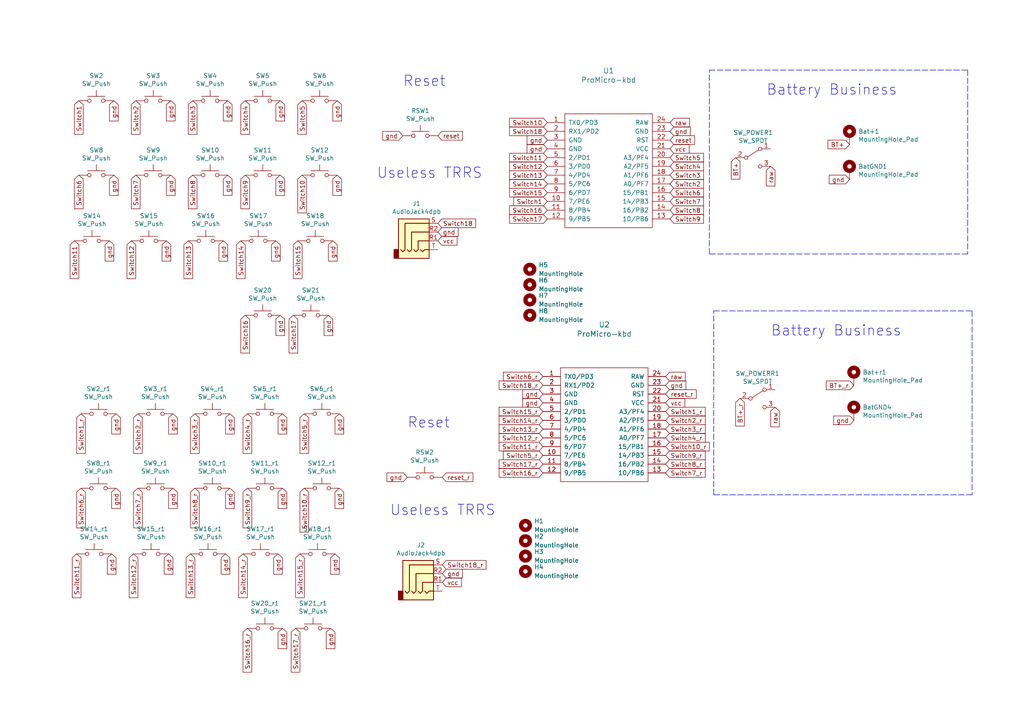
<source format=kicad_sch>
(kicad_sch (version 20211123) (generator eeschema)
  (paper "A4")
  (title_block (title "Sweep V2") (date "2021-03-10") (rev "0.1") (company "broomlabs"))
  (lib_symbols
    (symbol "Connector:AudioJack4"
      (property "Reference" "J" (at 0 8.89 0))
      (property "Value" "AudioJack4" (at 0 6.35 0))
      (symbol "AudioJack4_0_1"
        (rectangle (start -6.35 -5.08) (end -7.62 -7.62) (stroke (width 0.254)) (fill (type outline)))
        (polyline (pts (xy 0 -5.08) (xy 0.635 -5.715) (xy 1.27 -5.08) (xy 2.54 -5.08)) (stroke (width 0.254)))
        (polyline (pts (xy -5.715 -5.08) (xy -5.08 -5.715) (xy -4.445 -5.08) (xy -4.445 2.54) (xy 2.54 2.54)) (stroke (width 0.254)))
        (polyline (pts (xy -1.905 -5.08) (xy -1.27 -5.715) (xy -0.635 -5.08) (xy -0.635 -2.54) (xy 2.54 -2.54)) (stroke (width 0.254)))
        (polyline (pts (xy 2.54 0) (xy -2.54 0) (xy -2.54 -5.08) (xy -3.175 -5.715) (xy -3.81 -5.08)) (stroke (width 0.254)))
        (rectangle (start 2.54 3.81) (end -6.35 -7.62) (stroke (width 0.254)) (fill (type background)))
      )
      (symbol "AudioJack4_1_1"
        (pin passive line (at 5.08 -2.54 180) (length 2.54) (name "~") (number "R1"))
        (pin passive line (at 5.08 0 180) (length 2.54) (name "~") (number "R2"))
        (pin passive line (at 5.08 2.54 180) (length 2.54) (name "~") (number "S"))
        (pin passive line (at 5.08 -5.08 180) (length 2.54) (name "~") (number "T"))
      )
    )
    (symbol "Mechanical:MountingHole" (pin_names (offset 1.016))
      (property "Reference" "H" (at 0 5.08 0))
      (property "Value" "MountingHole" (at 0 3.175 0))
      (symbol "MountingHole_0_1"
        (circle (center 0 0) (radius 1.27) (stroke (width 1.27)))
      )
    )
    (symbol "Mechanical:MountingHole_Pad" (pin_numbers hide) (pin_names (offset 1.016) hide)
      (property "Reference" "H" (at 0 6.35 0))
      (property "Value" "MountingHole_Pad" (at 0 4.445 0))
      (symbol "MountingHole_Pad_0_1"
        (circle (center 0 1.27) (radius 1.27) (stroke (width 1.27)))
      )
      (symbol "MountingHole_Pad_1_1"
        (pin input line (at 0 -2.54 90) (length 2.54) (name "1") (number "1"))
      )
    )
    (symbol "Switch:SW_Push" (pin_numbers hide) (pin_names (offset 1.016) hide)
      (property "Reference" "SW" (at 1.27 2.54 0))
      (property "Value" "SW_Push" (at 0 -1.524 0))
      (symbol "SW_Push_0_1"
        (circle (center -2.032 0) (radius 0.508))
        (polyline (pts (xy 0 1.27) (xy 0 3.048)))
        (polyline (pts (xy 2.54 1.27) (xy -2.54 1.27)))
        (circle (center 2.032 0) (radius 0.508))
        (pin passive line (at -5.08 0 0) (length 2.54) (name "1") (number "1"))
        (pin passive line (at 5.08 0 180) (length 2.54) (name "2") (number "2"))
      )
    )
    (symbol "Switch:SW_SPDT" (pin_names (offset 0) hide)
      (property "Reference" "SW" (at 0 4.318 0))
      (property "Value" "SW_SPDT" (at 0 -5.08 0))
      (symbol "SW_SPDT_0_0"
        (circle (center -2.032 0) (radius 0.508))
        (circle (center 2.032 -2.54) (radius 0.508))
      )
      (symbol "SW_SPDT_0_1"
        (polyline (pts (xy -1.524 0.254) (xy 1.651 2.286)))
        (circle (center 2.032 2.54) (radius 0.508))
      )
      (symbol "SW_SPDT_1_1"
        (pin passive line (at 5.08 2.54 180) (length 2.54) (name "A") (number "1"))
        (pin passive line (at -5.08 0 0) (length 2.54) (name "B") (number "2"))
        (pin passive line (at 5.08 -2.54 180) (length 2.54) (name "C") (number "3"))
      )
    )
    (symbol "keebio:ProMicro" (pin_names (offset 1.016))
      (property "Reference" "U" (at 0 0 0))
      (property "Value" "ProMicro" (at 0 -19.05 0))
      (symbol "ProMicro_0_1"
        (rectangle (start -12.7 -16.51) (end 12.7 16.51))
      )
      (symbol "ProMicro_1_1"
        (pin input line (at -17.78 13.97 0) (length 5.08) (name "TX0/PD3") (number "1"))
        (pin input line (at -17.78 -8.89 0) (length 5.08) (name "7/PE6") (number "10"))
        (pin input line (at -17.78 -11.43 0) (length 5.08) (name "8/PB4") (number "11"))
        (pin input line (at -17.78 -13.97 0) (length 5.08) (name "9/PB5") (number "12"))
        (pin input line (at 17.78 -13.97 180) (length 5.08) (name "10/PB6") (number "13"))
        (pin input line (at 17.78 -11.43 180) (length 5.08) (name "16/PB2") (number "14"))
        (pin input line (at 17.78 -8.89 180) (length 5.08) (name "14/PB3") (number "15"))
        (pin input line (at 17.78 -6.35 180) (length 5.08) (name "15/PB1") (number "16"))
        (pin input line (at 17.78 -3.81 180) (length 5.08) (name "A0/PF7") (number "17"))
        (pin input line (at 17.78 -1.27 180) (length 5.08) (name "A1/PF6") (number "18"))
        (pin input line (at 17.78 1.27 180) (length 5.08) (name "A2/PF5") (number "19"))
        (pin input line (at -17.78 11.43 0) (length 5.08) (name "RX1/PD2") (number "2"))
        (pin input line (at 17.78 3.81 180) (length 5.08) (name "A3/PF4") (number "20"))
        (pin input line (at 17.78 6.35 180) (length 5.08) (name "VCC") (number "21"))
        (pin input line (at 17.78 8.89 180) (length 5.08) (name "RST") (number "22"))
        (pin input line (at 17.78 11.43 180) (length 5.08) (name "GND") (number "23"))
        (pin input line (at 17.78 13.97 180) (length 5.08) (name "RAW") (number "24"))
        (pin input line (at -17.78 8.89 0) (length 5.08) (name "GND") (number "3"))
        (pin input line (at -17.78 6.35 0) (length 5.08) (name "GND") (number "4"))
        (pin input line (at -17.78 3.81 0) (length 5.08) (name "2/PD1") (number "5"))
        (pin input line (at -17.78 1.27 0) (length 5.08) (name "3/PD0") (number "6"))
        (pin input line (at -17.78 -1.27 0) (length 5.08) (name "4/PD4") (number "7"))
        (pin input line (at -17.78 -3.81 0) (length 5.08) (name "5/PC6") (number "8"))
        (pin input line (at -17.78 -6.35 0) (length 5.08) (name "6/PD7") (number "9"))
      )
    )
  )
  (polyline (pts (xy 281.94 143.51) (xy 207.01 143.51)))
  (polyline (pts (xy 205.74 20.32) (xy 280.67 20.32)))
  (polyline (pts (xy 280.67 73.66) (xy 205.74 73.66)))
  (polyline (pts (xy 207.01 143.51) (xy 207.01 90.17)))
  (polyline (pts (xy 205.74 73.66) (xy 205.74 20.32)))
  (polyline (pts (xy 281.94 90.17) (xy 281.94 143.51)))
  (polyline (pts (xy 207.01 90.17) (xy 281.94 90.17)))
  (polyline (pts (xy 280.67 20.32) (xy 280.67 73.66)))
  (text "Battery Business" (at 222.25 27.94 0) (effects (font (size 2.9972 2.9972)) (justify left bottom)))
  (text "Reset" (at 118.11 124.46 0) (effects (font (size 2.9972 2.9972)) (justify left bottom)))
  (text "Reset" (at 116.84 25.4 0) (effects (font (size 2.9972 2.9972)) (justify left bottom)))
  (text "Battery Business" (at 223.52 97.79 0) (effects (font (size 2.9972 2.9972)) (justify left bottom)))
  (text "Useless TRRS\n" (at 113.03 149.86 0) (effects (font (size 2.9972 2.9972)) (justify left bottom)))
  (text "Useless TRRS\n" (at 109.22 52.07 0) (effects (font (size 2.9972 2.9972)) (justify left bottom)))
  (global_label "Switch1" (shape input) (at 22.86 29.21 270) (property "Intersheet References" "${INTERSHEET_REFS}" (effects hide)))
  (global_label "Switch16" (shape input) (at 158.75 60.96 180) (property "Intersheet References" "${INTERSHEET_REFS}" (effects hide)))
  (global_label "gnd" (shape input) (at 33.655 120.015 270) (property "Intersheet References" "${INTERSHEET_REFS}" (effects hide)))
  (global_label "Switch6_r" (shape input) (at 23.495 141.605 270) (property "Intersheet References" "${INTERSHEET_REFS}" (effects hide)))
  (global_label "reset" (shape input) (at 194.31 40.64 0) (property "Intersheet References" "${INTERSHEET_REFS}" (effects hide)))
  (global_label "Switch3" (shape input) (at 55.88 29.21 270) (property "Intersheet References" "${INTERSHEET_REFS}" (effects hide)))
  (global_label "BT+" (shape input) (at 246.38 41.91 180) (property "Intersheet References" "${INTERSHEET_REFS}" (effects hide)))
  (global_label "Switch7_r" (shape input) (at 40.005 141.605 270) (property "Intersheet References" "${INTERSHEET_REFS}" (effects hide)))
  (global_label "Switch9" (shape input) (at 71.12 50.8 270) (property "Intersheet References" "${INTERSHEET_REFS}" (effects hide)))
  (global_label "gnd" (shape input) (at 95.885 182.245 270) (property "Intersheet References" "${INTERSHEET_REFS}" (effects hide)))
  (global_label "Switch16_r" (shape input) (at 71.755 182.245 270) (property "Intersheet References" "${INTERSHEET_REFS}" (effects hide)))
  (global_label "raw" (shape input) (at 223.52 48.26 270) (property "Intersheet References" "${INTERSHEET_REFS}" (effects hide)))
  (global_label "Switch3" (shape input) (at 194.31 50.8 0) (property "Intersheet References" "${INTERSHEET_REFS}" (effects hide)))
  (global_label "Switch2_r" (shape input) (at 40.005 120.015 270) (property "Intersheet References" "${INTERSHEET_REFS}" (effects hide)))
  (global_label "Switch7_r" (shape input) (at 193.04 137.16 0) (property "Intersheet References" "${INTERSHEET_REFS}" (effects hide)))
  (global_label "reset_r" (shape input) (at 193.04 114.3 0) (property "Intersheet References" "${INTERSHEET_REFS}" (effects hide)))
  (global_label "gnd" (shape input) (at 66.675 120.015 270) (property "Intersheet References" "${INTERSHEET_REFS}" (effects hide)))
  (global_label "Switch5_r" (shape input) (at 157.48 132.08 180) (property "Intersheet References" "${INTERSHEET_REFS}" (effects hide)))
  (global_label "Switch17" (shape input) (at 85.09 91.44 270) (property "Intersheet References" "${INTERSHEET_REFS}" (effects hide)))
  (global_label "Switch8_r" (shape input) (at 56.515 141.605 270) (property "Intersheet References" "${INTERSHEET_REFS}" (effects hide)))
  (global_label "gnd" (shape input) (at 247.65 121.92 180) (property "Intersheet References" "${INTERSHEET_REFS}" (effects hide)))
  (global_label "gnd" (shape input) (at 31.75 69.85 270) (property "Intersheet References" "${INTERSHEET_REFS}" (effects hide)))
  (global_label "Switch8" (shape input) (at 194.31 60.96 0) (property "Intersheet References" "${INTERSHEET_REFS}" (effects hide)))
  (global_label "Switch4_r" (shape input) (at 71.755 120.015 270) (property "Intersheet References" "${INTERSHEET_REFS}" (effects hide)))
  (global_label "gnd" (shape input) (at 97.155 160.655 270) (property "Intersheet References" "${INTERSHEET_REFS}" (effects hide)))
  (global_label "gnd" (shape input) (at 158.75 40.64 180) (property "Intersheet References" "${INTERSHEET_REFS}" (effects hide)))
  (global_label "gnd" (shape input) (at 33.02 50.8 270) (property "Intersheet References" "${INTERSHEET_REFS}" (effects hide)))
  (global_label "Switch14" (shape input) (at 69.85 69.85 270) (property "Intersheet References" "${INTERSHEET_REFS}" (effects hide)))
  (global_label "gnd" (shape input) (at 81.915 141.605 270) (property "Intersheet References" "${INTERSHEET_REFS}" (effects hide)))
  (global_label "reset_r" (shape input) (at 128.27 138.43 0) (property "Intersheet References" "${INTERSHEET_REFS}" (effects hide)))
  (global_label "BT+" (shape input) (at 213.36 45.72 270) (property "Intersheet References" "${INTERSHEET_REFS}" (effects hide)))
  (global_label "gnd" (shape input) (at 96.52 69.85 270) (property "Intersheet References" "${INTERSHEET_REFS}" (effects hide)))
  (global_label "Switch2" (shape input) (at 39.37 29.21 270) (property "Intersheet References" "${INTERSHEET_REFS}" (effects hide)))
  (global_label "gnd" (shape input) (at 50.165 120.015 270) (property "Intersheet References" "${INTERSHEET_REFS}" (effects hide)))
  (global_label "Switch15_r" (shape input) (at 86.995 160.655 270) (property "Intersheet References" "${INTERSHEET_REFS}" (effects hide)))
  (global_label "Switch5" (shape input) (at 194.31 45.72 0) (property "Intersheet References" "${INTERSHEET_REFS}" (effects hide)))
  (global_label "Switch14_r" (shape input) (at 157.48 121.92 180) (property "Intersheet References" "${INTERSHEET_REFS}" (effects hide)))
  (global_label "Switch7" (shape input) (at 194.31 58.42 0) (property "Intersheet References" "${INTERSHEET_REFS}" (effects hide)))
  (global_label "gnd" (shape input) (at 66.04 29.21 270) (property "Intersheet References" "${INTERSHEET_REFS}" (effects hide)))
  (global_label "raw" (shape input) (at 224.79 118.11 270) (property "Intersheet References" "${INTERSHEET_REFS}" (effects hide)))
  (global_label "raw" (shape input) (at 194.31 35.56 0) (property "Intersheet References" "${INTERSHEET_REFS}" (effects hide)))
  (global_label "vcc" (shape input) (at 194.31 43.18 0) (property "Intersheet References" "${INTERSHEET_REFS}" (effects hide)))
  (global_label "Switch10_r" (shape input) (at 88.265 141.605 270) (property "Intersheet References" "${INTERSHEET_REFS}" (effects hide)))
  (global_label "Switch6" (shape input) (at 194.31 55.88 0) (property "Intersheet References" "${INTERSHEET_REFS}" (effects hide)))
  (global_label "gnd" (shape input) (at 32.385 160.655 270) (property "Intersheet References" "${INTERSHEET_REFS}" (effects hide)))
  (global_label "Switch18_r" (shape input) (at 128.27 163.83 0) (property "Intersheet References" "${INTERSHEET_REFS}" (effects hide)))
  (global_label "Switch11_r" (shape input) (at 22.225 160.655 270) (property "Intersheet References" "${INTERSHEET_REFS}" (effects hide)))
  (global_label "Switch2" (shape input) (at 194.31 53.34 0) (property "Intersheet References" "${INTERSHEET_REFS}" (effects hide)))
  (global_label "Switch11" (shape input) (at 21.59 69.85 270) (property "Intersheet References" "${INTERSHEET_REFS}" (effects hide)))
  (global_label "Switch6_r" (shape input) (at 157.48 109.22 180) (property "Intersheet References" "${INTERSHEET_REFS}" (effects hide)))
  (global_label "Switch18" (shape input) (at 158.75 38.1 180) (property "Intersheet References" "${INTERSHEET_REFS}" (effects hide)))
  (global_label "gnd" (shape input) (at 81.915 120.015 270) (property "Intersheet References" "${INTERSHEET_REFS}" (effects hide)))
  (global_label "Switch4_r" (shape input) (at 193.04 127 0) (property "Intersheet References" "${INTERSHEET_REFS}" (effects hide)))
  (global_label "Switch11_r" (shape input) (at 157.48 129.54 180) (property "Intersheet References" "${INTERSHEET_REFS}" (effects hide)))
  (global_label "Switch9_r" (shape input) (at 193.04 132.08 0) (property "Intersheet References" "${INTERSHEET_REFS}" (effects hide)))
  (global_label "gnd" (shape input) (at 128.27 166.37 0) (property "Intersheet References" "${INTERSHEET_REFS}" (effects hide)))
  (global_label "gnd" (shape input) (at 158.75 43.18 180) (property "Intersheet References" "${INTERSHEET_REFS}" (effects hide)))
  (global_label "Switch13" (shape input) (at 54.61 69.85 270) (property "Intersheet References" "${INTERSHEET_REFS}" (effects hide)))
  (global_label "Switch1" (shape input) (at 158.75 58.42 180) (property "Intersheet References" "${INTERSHEET_REFS}" (effects hide)))
  (global_label "gnd" (shape input) (at 48.26 69.85 270) (property "Intersheet References" "${INTERSHEET_REFS}" (effects hide)))
  (global_label "vcc" (shape input) (at 127 69.85 0) (property "Intersheet References" "${INTERSHEET_REFS}" (effects hide)))
  (global_label "Switch9" (shape input) (at 194.31 63.5 0) (property "Intersheet References" "${INTERSHEET_REFS}" (effects hide)))
  (global_label "gnd" (shape input) (at 157.48 114.3 180) (property "Intersheet References" "${INTERSHEET_REFS}" (effects hide)))
  (global_label "Switch9_r" (shape input) (at 71.755 141.605 270) (property "Intersheet References" "${INTERSHEET_REFS}" (effects hide)))
  (global_label "gnd" (shape input) (at 48.895 160.655 270) (property "Intersheet References" "${INTERSHEET_REFS}" (effects hide)))
  (global_label "Switch4" (shape input) (at 194.31 48.26 0) (property "Intersheet References" "${INTERSHEET_REFS}" (effects hide)))
  (global_label "Switch4" (shape input) (at 71.12 29.21 270) (property "Intersheet References" "${INTERSHEET_REFS}" (effects hide)))
  (global_label "Switch5" (shape input) (at 87.63 29.21 270) (property "Intersheet References" "${INTERSHEET_REFS}" (effects hide)))
  (global_label "gnd" (shape input) (at 66.675 141.605 270) (property "Intersheet References" "${INTERSHEET_REFS}" (effects hide)))
  (global_label "gnd" (shape input) (at 80.01 69.85 270) (property "Intersheet References" "${INTERSHEET_REFS}" (effects hide)))
  (global_label "Switch17_r" (shape input) (at 85.725 182.245 270) (property "Intersheet References" "${INTERSHEET_REFS}" (effects hide)))
  (global_label "Switch10" (shape input) (at 87.63 50.8 270) (property "Intersheet References" "${INTERSHEET_REFS}" (effects hide)))
  (global_label "Switch12" (shape input) (at 38.1 69.85 270) (property "Intersheet References" "${INTERSHEET_REFS}" (effects hide)))
  (global_label "Switch12_r" (shape input) (at 38.735 160.655 270) (property "Intersheet References" "${INTERSHEET_REFS}" (effects hide)))
  (global_label "Switch14_r" (shape input) (at 70.485 160.655 270) (property "Intersheet References" "${INTERSHEET_REFS}" (effects hide)))
  (global_label "Switch17" (shape input) (at 158.75 63.5 180) (property "Intersheet References" "${INTERSHEET_REFS}" (effects hide)))
  (global_label "Switch13" (shape input) (at 158.75 50.8 180) (property "Intersheet References" "${INTERSHEET_REFS}" (effects hide)))
  (global_label "gnd" (shape input) (at 80.645 160.655 270) (property "Intersheet References" "${INTERSHEET_REFS}" (effects hide)))
  (global_label "gnd" (shape input) (at 64.77 69.85 270) (property "Intersheet References" "${INTERSHEET_REFS}" (effects hide)))
  (global_label "gnd" (shape input) (at 81.915 182.245 270) (property "Intersheet References" "${INTERSHEET_REFS}" (effects hide)))
  (global_label "Switch8_r" (shape input) (at 193.04 134.62 0) (property "Intersheet References" "${INTERSHEET_REFS}" (effects hide)))
  (global_label "Switch2_r" (shape input) (at 193.04 121.92 0) (property "Intersheet References" "${INTERSHEET_REFS}" (effects hide)))
  (global_label "BT+_r" (shape input) (at 214.63 115.57 270) (property "Intersheet References" "${INTERSHEET_REFS}" (effects hide)))
  (global_label "Switch10_r" (shape input) (at 193.04 129.54 0) (property "Intersheet References" "${INTERSHEET_REFS}" (effects hide)))
  (global_label "Switch12" (shape input) (at 158.75 48.26 180) (property "Intersheet References" "${INTERSHEET_REFS}" (effects hide)))
  (global_label "gnd" (shape input) (at 193.04 111.76 0) (property "Intersheet References" "${INTERSHEET_REFS}" (effects hide)))
  (global_label "Switch13_r" (shape input) (at 55.245 160.655 270) (property "Intersheet References" "${INTERSHEET_REFS}" (effects hide)))
  (global_label "gnd" (shape input) (at 116.84 39.37 180) (property "Intersheet References" "${INTERSHEET_REFS}" (effects hide)))
  (global_label "gnd" (shape input) (at 97.79 50.8 270) (property "Intersheet References" "${INTERSHEET_REFS}" (effects hide)))
  (global_label "Switch10" (shape input) (at 158.75 35.56 180) (property "Intersheet References" "${INTERSHEET_REFS}" (effects hide)))
  (global_label "Switch8" (shape input) (at 55.88 50.8 270) (property "Intersheet References" "${INTERSHEET_REFS}" (effects hide)))
  (global_label "gnd" (shape input) (at 65.405 160.655 270) (property "Intersheet References" "${INTERSHEET_REFS}" (effects hide)))
  (global_label "Switch1_r" (shape input) (at 193.04 119.38 0) (property "Intersheet References" "${INTERSHEET_REFS}" (effects hide)))
  (global_label "Switch16" (shape input) (at 71.12 91.44 270) (property "Intersheet References" "${INTERSHEET_REFS}" (effects hide)))
  (global_label "gnd" (shape input) (at 118.11 138.43 180) (property "Intersheet References" "${INTERSHEET_REFS}" (effects hide)))
  (global_label "Switch1_r" (shape input) (at 23.495 120.015 270) (property "Intersheet References" "${INTERSHEET_REFS}" (effects hide)))
  (global_label "Switch5_r" (shape input) (at 88.265 120.015 270) (property "Intersheet References" "${INTERSHEET_REFS}" (effects hide)))
  (global_label "gnd" (shape input) (at 81.28 91.44 270) (property "Intersheet References" "${INTERSHEET_REFS}" (effects hide)))
  (global_label "Switch13_r" (shape input) (at 157.48 124.46 180) (property "Intersheet References" "${INTERSHEET_REFS}" (effects hide)))
  (global_label "gnd" (shape input) (at 66.04 50.8 270) (property "Intersheet References" "${INTERSHEET_REFS}" (effects hide)))
  (global_label "BT+_r" (shape input) (at 247.65 111.76 180) (property "Intersheet References" "${INTERSHEET_REFS}" (effects hide)))
  (global_label "gnd" (shape input) (at 246.38 52.07 180) (property "Intersheet References" "${INTERSHEET_REFS}" (effects hide)))
  (global_label "Switch15_r" (shape input) (at 157.48 119.38 180) (property "Intersheet References" "${INTERSHEET_REFS}" (effects hide)))
  (global_label "vcc" (shape input) (at 193.04 116.84 0) (property "Intersheet References" "${INTERSHEET_REFS}" (effects hide)))
  (global_label "reset" (shape input) (at 127 39.37 0) (property "Intersheet References" "${INTERSHEET_REFS}" (effects hide)))
  (global_label "gnd" (shape input) (at 95.25 91.44 270) (property "Intersheet References" "${INTERSHEET_REFS}" (effects hide)))
  (global_label "Switch18" (shape input) (at 127 64.77 0) (property "Intersheet References" "${INTERSHEET_REFS}" (effects hide)))
  (global_label "gnd" (shape input) (at 127 67.31 0) (property "Intersheet References" "${INTERSHEET_REFS}" (effects hide)))
  (global_label "gnd" (shape input) (at 49.53 29.21 270) (property "Intersheet References" "${INTERSHEET_REFS}" (effects hide)))
  (global_label "vcc" (shape input) (at 128.27 168.91 0) (property "Intersheet References" "${INTERSHEET_REFS}" (effects hide)))
  (global_label "Switch12_r" (shape input) (at 157.48 127 180) (property "Intersheet References" "${INTERSHEET_REFS}" (effects hide)))
  (global_label "Switch15" (shape input) (at 86.36 69.85 270) (property "Intersheet References" "${INTERSHEET_REFS}" (effects hide)))
  (global_label "gnd" (shape input) (at 157.48 116.84 180) (property "Intersheet References" "${INTERSHEET_REFS}" (effects hide)))
  (global_label "gnd" (shape input) (at 33.02 29.21 270) (property "Intersheet References" "${INTERSHEET_REFS}" (effects hide)))
  (global_label "Switch7" (shape input) (at 39.37 50.8 270) (property "Intersheet References" "${INTERSHEET_REFS}" (effects hide)))
  (global_label "gnd" (shape input) (at 98.425 120.015 270) (property "Intersheet References" "${INTERSHEET_REFS}" (effects hide)))
  (global_label "Switch14" (shape input) (at 158.75 53.34 180) (property "Intersheet References" "${INTERSHEET_REFS}" (effects hide)))
  (global_label "Switch11" (shape input) (at 158.75 45.72 180) (property "Intersheet References" "${INTERSHEET_REFS}" (effects hide)))
  (global_label "gnd" (shape input) (at 98.425 141.605 270) (property "Intersheet References" "${INTERSHEET_REFS}" (effects hide)))
  (global_label "gnd" (shape input) (at 50.165 141.605 270) (property "Intersheet References" "${INTERSHEET_REFS}" (effects hide)))
  (global_label "gnd" (shape input) (at 49.53 50.8 270) (property "Intersheet References" "${INTERSHEET_REFS}" (effects hide)))
  (global_label "gnd" (shape input) (at 33.655 141.605 270) (property "Intersheet References" "${INTERSHEET_REFS}" (effects hide)))
  (global_label "Switch3_r" (shape input) (at 56.515 120.015 270) (property "Intersheet References" "${INTERSHEET_REFS}" (effects hide)))
  (global_label "Switch18_r" (shape input) (at 157.48 111.76 180) (property "Intersheet References" "${INTERSHEET_REFS}" (effects hide)))
  (global_label "raw" (shape input) (at 193.04 109.22 0) (property "Intersheet References" "${INTERSHEET_REFS}" (effects hide)))
  (global_label "Switch17_r" (shape input) (at 157.48 134.62 180) (property "Intersheet References" "${INTERSHEET_REFS}" (effects hide)))
  (global_label "Switch16_r" (shape input) (at 157.48 137.16 180) (property "Intersheet References" "${INTERSHEET_REFS}" (effects hide)))
  (global_label "gnd" (shape input) (at 81.28 29.21 270) (property "Intersheet References" "${INTERSHEET_REFS}" (effects hide)))
  (global_label "Switch3_r" (shape input) (at 193.04 124.46 0) (property "Intersheet References" "${INTERSHEET_REFS}" (effects hide)))
  (global_label "gnd" (shape input) (at 194.31 38.1 0) (property "Intersheet References" "${INTERSHEET_REFS}" (effects hide)))
  (global_label "gnd" (shape input) (at 81.28 50.8 270) (property "Intersheet References" "${INTERSHEET_REFS}" (effects hide)))
  (global_label "Switch6" (shape input) (at 22.86 50.8 270) (property "Intersheet References" "${INTERSHEET_REFS}" (effects hide)))
  (global_label "gnd" (shape input) (at 97.79 29.21 270) (property "Intersheet References" "${INTERSHEET_REFS}" (effects hide)))
  (global_label "Switch15" (shape input) (at 158.75 55.88 180) (property "Intersheet References" "${INTERSHEET_REFS}" (effects hide)))
  (symbol (lib_id "Mechanical:MountingHole_Pad") (at 246.38 39.37 0) (unit 1)
    (property "Reference" "Bat+1" (at 248.92 38.1254 0) (effects (justify left)))
    (property "Value" "MountingHole_Pad" (at 248.92 40.4368 0) (effects (justify left)))
    (property "Footprint" "Connector_Pin:Pin_D1.4mm_L8.5mm_W2.8mm_FlatFork" (effects hide))
  )
  (symbol (lib_id "Mechanical:MountingHole_Pad") (at 246.38 49.53 0) (unit 1)
    (property "Reference" "BatGND1" (at 248.92 48.2854 0) (effects (justify left)))
    (property "Value" "MountingHole_Pad" (at 248.92 50.5968 0) (effects (justify left)))
    (property "Footprint" "Connector_Pin:Pin_D1.4mm_L8.5mm_W2.8mm_FlatFork" (effects hide))
  )
  (symbol (lib_id "keebio:ProMicro") (at 176.53 49.53 0) (unit 1)
    (property "Reference" "U1" (at 176.53 20.4978 0) (effects (font (size 1.524 1.524))))
    (property "Value" "ProMicro-kbd" (at 176.53 23.1902 0) (effects (font (size 1.524 1.524))))
    (property "Footprint" "Keebio-Parts:ArduinoProMicro-BackSide" (effects hide))
  )
  (symbol (lib_id "Switch:SW_Push") (at 27.94 29.21 0) (unit 1)
    (property "Reference" "SW2" (at 27.94 21.971 0))
    (property "Value" "SW_Push" (at 27.94 24.2824 0))
    (property "Footprint" "kbd:CherryMX_Choc_1u" (effects hide))
  )
  (symbol (lib_id "Switch:SW_Push") (at 44.45 29.21 0) (unit 1)
    (property "Reference" "SW3" (at 44.45 21.971 0))
    (property "Value" "SW_Push" (at 44.45 24.2824 0))
    (property "Footprint" "kbd:CherryMX_Choc_1u" (effects hide))
  )
  (symbol (lib_id "Switch:SW_Push") (at 60.96 29.21 0) (unit 1)
    (property "Reference" "SW4" (at 60.96 21.971 0))
    (property "Value" "SW_Push" (at 60.96 24.2824 0))
    (property "Footprint" "kbd:CherryMX_Choc_1u" (effects hide))
  )
  (symbol (lib_id "Switch:SW_Push") (at 76.2 29.21 0) (unit 1)
    (property "Reference" "SW5" (at 76.2 21.971 0))
    (property "Value" "SW_Push" (at 76.2 24.2824 0))
    (property "Footprint" "kbd:CherryMX_Choc_1u" (effects hide))
  )
  (symbol (lib_id "Switch:SW_Push") (at 92.71 29.21 0) (unit 1)
    (property "Reference" "SW6" (at 92.71 21.971 0))
    (property "Value" "SW_Push" (at 92.71 24.2824 0))
    (property "Footprint" "kbd:CherryMX_Choc_1u" (effects hide))
  )
  (symbol (lib_id "Switch:SW_Push") (at 76.2 91.44 0) (unit 1)
    (property "Reference" "SW20" (at 76.2 84.201 0))
    (property "Value" "SW_Push" (at 76.2 86.5124 0))
    (property "Footprint" "kbd:CherryMX_Choc_1u" (effects hide))
  )
  (symbol (lib_id "Switch:SW_Push") (at 90.17 91.44 0) (unit 1)
    (property "Reference" "SW21" (at 90.17 84.201 0))
    (property "Value" "SW_Push" (at 90.17 86.5124 0))
    (property "Footprint" "kbd:CherryMX_Choc_1u" (effects hide))
  )
  (symbol (lib_id "Switch:SW_Push") (at 27.94 50.8 0) (unit 1)
    (property "Reference" "SW8" (at 27.94 43.561 0))
    (property "Value" "SW_Push" (at 27.94 45.8724 0))
    (property "Footprint" "kbd:CherryMX_Choc_1u" (effects hide))
  )
  (symbol (lib_id "Switch:SW_Push") (at 44.45 50.8 0) (unit 1)
    (property "Reference" "SW9" (at 44.45 43.561 0))
    (property "Value" "SW_Push" (at 44.45 45.8724 0))
    (property "Footprint" "kbd:CherryMX_Choc_1u" (effects hide))
  )
  (symbol (lib_id "Switch:SW_Push") (at 60.96 50.8 0) (unit 1)
    (property "Reference" "SW10" (at 60.96 43.561 0))
    (property "Value" "SW_Push" (at 60.96 45.8724 0))
    (property "Footprint" "kbd:CherryMX_Choc_1u" (effects hide))
  )
  (symbol (lib_id "Switch:SW_Push") (at 76.2 50.8 0) (unit 1)
    (property "Reference" "SW11" (at 76.2 43.561 0))
    (property "Value" "SW_Push" (at 76.2 45.8724 0))
    (property "Footprint" "kbd:CherryMX_Choc_1u" (effects hide))
  )
  (symbol (lib_id "Switch:SW_Push") (at 92.71 50.8 0) (unit 1)
    (property "Reference" "SW12" (at 92.71 43.561 0))
    (property "Value" "SW_Push" (at 92.71 45.8724 0))
    (property "Footprint" "kbd:CherryMX_Choc_1u" (effects hide))
  )
  (symbol (lib_id "Switch:SW_Push") (at 26.67 69.85 0) (unit 1)
    (property "Reference" "SW14" (at 26.67 62.611 0))
    (property "Value" "SW_Push" (at 26.67 64.9224 0))
    (property "Footprint" "kbd:CherryMX_Choc_1u" (effects hide))
  )
  (symbol (lib_id "Switch:SW_Push") (at 43.18 69.85 0) (unit 1)
    (property "Reference" "SW15" (at 43.18 62.611 0))
    (property "Value" "SW_Push" (at 43.18 64.9224 0))
    (property "Footprint" "kbd:CherryMX_Choc_1u" (effects hide))
  )
  (symbol (lib_id "Switch:SW_Push") (at 59.69 69.85 0) (unit 1)
    (property "Reference" "SW16" (at 59.69 62.611 0))
    (property "Value" "SW_Push" (at 59.69 64.9224 0))
    (property "Footprint" "kbd:CherryMX_Choc_1u" (effects hide))
  )
  (symbol (lib_id "Switch:SW_Push") (at 74.93 69.85 0) (unit 1)
    (property "Reference" "SW17" (at 74.93 62.611 0))
    (property "Value" "SW_Push" (at 74.93 64.9224 0))
    (property "Footprint" "kbd:CherryMX_Choc_1u" (effects hide))
  )
  (symbol (lib_id "Switch:SW_Push") (at 91.44 69.85 0) (unit 1)
    (property "Reference" "SW18" (at 91.44 62.611 0))
    (property "Value" "SW_Push" (at 91.44 64.9224 0))
    (property "Footprint" "kbd:CherryMX_Choc_1u" (effects hide))
  )
  (symbol (lib_id "Switch:SW_Push") (at 121.92 39.37 0) (unit 1)
    (property "Reference" "RSW1" (at 121.92 32.131 0))
    (property "Value" "SW_Push" (at 121.92 34.4424 0))
    (property "Footprint" "Button_Switch_SMD:SW_SPST_B3U-1000P" (effects hide))
  )
  (symbol (lib_id "Switch:SW_SPDT") (at 218.44 45.72 0) (unit 1)
    (property "Reference" "SW_POWER1" (at 218.44 38.481 0))
    (property "Value" "SW_SPDT" (at 218.44 40.7924 0))
    (property "Footprint" "Button_Switch_SMD:SW_SPDT_PCM12" (effects hide))
  )
  (symbol (lib_id "Connector:AudioJack4") (at 121.92 67.31 0) (unit 1)
    (property "Reference" "J1" (at 120.8278 59.055 0))
    (property "Value" "AudioJack4dpb" (at 120.8278 61.3664 0))
    (property "Footprint" "env_extra:PJ-320A" (effects hide))
  )
  (symbol (lib_id "keebio:ProMicro") (at 175.26 123.19 0) (unit 1)
    (property "Reference" "U2" (at 175.26 94.1578 0) (effects (font (size 1.524 1.524))))
    (property "Value" "ProMicro-kbd" (at 175.26 96.8502 0) (effects (font (size 1.524 1.524))))
    (property "Footprint" "Keebio-Parts:ArduinoProMicro-BackSide" (effects hide))
  )
  (symbol (lib_id "Switch:SW_Push") (at 123.19 138.43 0) (unit 1)
    (property "Reference" "RSW2" (at 123.19 131.191 0))
    (property "Value" "SW_Push" (at 123.19 133.5024 0))
    (property "Footprint" "Button_Switch_SMD:SW_SPST_B3U-1000P" (effects hide))
  )
  (symbol (lib_id "Connector:AudioJack4") (at 123.19 166.37 0) (unit 1)
    (property "Reference" "J2" (at 122.0978 158.115 0))
    (property "Value" "AudioJack4dpb" (at 122.0978 160.4264 0))
    (property "Footprint" "env_extra:PJ-320A" (effects hide))
  )
  (symbol (lib_id "Switch:SW_SPDT") (at 219.71 115.57 0) (unit 1)
    (property "Reference" "SW_POWERR1" (at 219.71 108.331 0))
    (property "Value" "SW_SPDT" (at 219.71 110.6424 0))
    (property "Footprint" "Button_Switch_SMD:SW_SPDT_PCM12" (effects hide))
  )
  (symbol (lib_id "Mechanical:MountingHole_Pad") (at 247.65 109.22 0) (unit 1)
    (property "Reference" "Bat+r1" (at 250.19 107.9754 0) (effects (justify left)))
    (property "Value" "MountingHole_Pad" (at 250.19 110.2868 0) (effects (justify left)))
    (property "Footprint" "Connector_Pin:Pin_D1.4mm_L8.5mm_W2.8mm_FlatFork" (effects hide))
  )
  (symbol (lib_id "Mechanical:MountingHole_Pad") (at 247.65 119.38 0) (unit 1)
    (property "Reference" "BatGND4" (at 250.19 118.1354 0) (effects (justify left)))
    (property "Value" "MountingHole_Pad" (at 250.19 120.4468 0) (effects (justify left)))
    (property "Footprint" "Connector_Pin:Pin_D1.4mm_L8.5mm_W2.8mm_FlatFork" (effects hide))
  )
  (symbol (lib_id "Switch:SW_Push") (at 90.805 182.245 0) (unit 1)
    (property "Reference" "SW21_r1" (at 90.805 175.006 0))
    (property "Value" "SW_Push" (at 90.805 177.3174 0))
    (property "Footprint" "kbd:CherryMX_Choc_1u" (effects hide))
  )
  (symbol (lib_id "Switch:SW_Push") (at 61.595 141.605 0) (unit 1)
    (property "Reference" "SW10_r1" (at 61.595 134.366 0))
    (property "Value" "SW_Push" (at 61.595 136.6774 0))
    (property "Footprint" "kbd:CherryMX_Choc_1u" (effects hide))
  )
  (symbol (lib_id "Mechanical:MountingHole") (at 152.4 156.845 0) (unit 1)
    (property "Reference" "H2" (at 154.94 155.5749 0) (effects (justify left)))
    (property "Value" "MountingHole" (at 154.94 158.1149 0) (effects (justify left)))
    (property "Footprint" "MountingHole:MountingHole_3.2mm_M3" (effects hide))
  )
  (symbol (lib_id "Switch:SW_Push") (at 76.835 182.245 0) (unit 1)
    (property "Reference" "SW20_r1" (at 76.835 175.006 0))
    (property "Value" "SW_Push" (at 76.835 177.3174 0))
    (property "Footprint" "kbd:CherryMX_Choc_1u" (effects hide))
  )
  (symbol (lib_id "Switch:SW_Push") (at 45.085 120.015 0) (unit 1)
    (property "Reference" "SW3_r1" (at 45.085 112.776 0))
    (property "Value" "SW_Push" (at 45.085 115.0874 0))
    (property "Footprint" "kbd:CherryMX_Choc_1u" (effects hide))
  )
  (symbol (lib_id "Switch:SW_Push") (at 61.595 120.015 0) (unit 1)
    (property "Reference" "SW4_r1" (at 61.595 112.776 0))
    (property "Value" "SW_Push" (at 61.595 115.0874 0))
    (property "Footprint" "kbd:CherryMX_Choc_1u" (effects hide))
  )
  (symbol (lib_id "Switch:SW_Push") (at 27.305 160.655 0) (unit 1)
    (property "Reference" "SW14_r1" (at 27.305 153.416 0))
    (property "Value" "SW_Push" (at 27.305 155.7274 0))
    (property "Footprint" "kbd:CherryMX_Choc_1u" (effects hide))
  )
  (symbol (lib_id "Mechanical:MountingHole") (at 153.67 82.55 0) (unit 1)
    (property "Reference" "H6" (at 156.21 81.2799 0) (effects (justify left)))
    (property "Value" "MountingHole" (at 156.21 83.8199 0) (effects (justify left)))
    (property "Footprint" "MountingHole:MountingHole_3.2mm_M3" (effects hide))
  )
  (symbol (lib_id "Switch:SW_Push") (at 43.815 160.655 0) (unit 1)
    (property "Reference" "SW15_r1" (at 43.815 153.416 0))
    (property "Value" "SW_Push" (at 43.815 155.7274 0))
    (property "Footprint" "kbd:CherryMX_Choc_1u" (effects hide))
  )
  (symbol (lib_id "Switch:SW_Push") (at 60.325 160.655 0) (unit 1)
    (property "Reference" "SW16_r1" (at 60.325 153.416 0))
    (property "Value" "SW_Push" (at 60.325 155.7274 0))
    (property "Footprint" "kbd:CherryMX_Choc_1u" (effects hide))
  )
  (symbol (lib_id "Mechanical:MountingHole") (at 153.67 86.995 0) (unit 1)
    (property "Reference" "H7" (at 156.21 85.7249 0) (effects (justify left)))
    (property "Value" "MountingHole" (at 156.21 88.2649 0) (effects (justify left)))
    (property "Footprint" "MountingHole:MountingHole_3.2mm_M3" (effects hide))
  )
  (symbol (lib_id "Mechanical:MountingHole") (at 153.67 78.105 0) (unit 1)
    (property "Reference" "H5" (at 156.21 76.8349 0) (effects (justify left)))
    (property "Value" "MountingHole" (at 156.21 79.3749 0) (effects (justify left)))
    (property "Footprint" "MountingHole:MountingHole_3.2mm_M3" (effects hide))
  )
  (symbol (lib_id "Switch:SW_Push") (at 93.345 141.605 0) (unit 1)
    (property "Reference" "SW12_r1" (at 93.345 134.366 0))
    (property "Value" "SW_Push" (at 93.345 136.6774 0))
    (property "Footprint" "kbd:CherryMX_Choc_1u" (effects hide))
  )
  (symbol (lib_id "Mechanical:MountingHole") (at 152.4 152.4 0) (unit 1)
    (property "Reference" "H1" (at 154.94 151.1299 0) (effects (justify left)))
    (property "Value" "MountingHole" (at 154.94 153.6699 0) (effects (justify left)))
    (property "Footprint" "MountingHole:MountingHole_3.2mm_M3" (effects hide))
  )
  (symbol (lib_id "Switch:SW_Push") (at 28.575 141.605 0) (unit 1)
    (property "Reference" "SW8_r1" (at 28.575 134.366 0))
    (property "Value" "SW_Push" (at 28.575 136.6774 0))
    (property "Footprint" "kbd:CherryMX_Choc_1u" (effects hide))
  )
  (symbol (lib_id "Mechanical:MountingHole") (at 152.4 161.29 0) (unit 1)
    (property "Reference" "H3" (at 154.94 160.0199 0) (effects (justify left)))
    (property "Value" "MountingHole" (at 154.94 162.5599 0) (effects (justify left)))
    (property "Footprint" "MountingHole:MountingHole_3.2mm_M3" (effects hide))
  )
  (symbol (lib_id "Switch:SW_Push") (at 76.835 120.015 0) (unit 1)
    (property "Reference" "SW5_r1" (at 76.835 112.776 0))
    (property "Value" "SW_Push" (at 76.835 115.0874 0))
    (property "Footprint" "kbd:CherryMX_Choc_1u" (effects hide))
  )
  (symbol (lib_id "Switch:SW_Push") (at 28.575 120.015 0) (unit 1)
    (property "Reference" "SW2_r1" (at 28.575 112.776 0))
    (property "Value" "SW_Push" (at 28.575 115.0874 0))
    (property "Footprint" "kbd:CherryMX_Choc_1u" (effects hide))
  )
  (symbol (lib_id "Mechanical:MountingHole") (at 153.67 91.44 0) (unit 1)
    (property "Reference" "H8" (at 156.21 90.1699 0) (effects (justify left)))
    (property "Value" "MountingHole" (at 156.21 92.7099 0) (effects (justify left)))
    (property "Footprint" "MountingHole:MountingHole_3.2mm_M3" (effects hide))
  )
  (symbol (lib_id "Switch:SW_Push") (at 93.345 120.015 0) (unit 1)
    (property "Reference" "SW6_r1" (at 93.345 112.776 0))
    (property "Value" "SW_Push" (at 93.345 115.0874 0))
    (property "Footprint" "kbd:CherryMX_Choc_1u" (effects hide))
  )
  (symbol (lib_id "Mechanical:MountingHole") (at 152.4 165.735 0) (unit 1)
    (property "Reference" "H4" (at 154.94 164.4649 0) (effects (justify left)))
    (property "Value" "MountingHole" (at 154.94 167.0049 0) (effects (justify left)))
    (property "Footprint" "MountingHole:MountingHole_3.2mm_M3" (effects hide))
  )
  (symbol (lib_id "Switch:SW_Push") (at 45.085 141.605 0) (unit 1)
    (property "Reference" "SW9_r1" (at 45.085 134.366 0))
    (property "Value" "SW_Push" (at 45.085 136.6774 0))
    (property "Footprint" "kbd:CherryMX_Choc_1u" (effects hide))
  )
  (symbol (lib_id "Switch:SW_Push") (at 92.075 160.655 0) (unit 1)
    (property "Reference" "SW18_r1" (at 92.075 153.416 0))
    (property "Value" "SW_Push" (at 92.075 155.7274 0))
    (property "Footprint" "kbd:CherryMX_Choc_1u" (effects hide))
  )
  (symbol (lib_id "Switch:SW_Push") (at 76.835 141.605 0) (unit 1)
    (property "Reference" "SW11_r1" (at 76.835 134.366 0))
    (property "Value" "SW_Push" (at 76.835 136.6774 0))
    (property "Footprint" "kbd:CherryMX_Choc_1u" (effects hide))
  )
  (symbol (lib_id "Switch:SW_Push") (at 75.565 160.655 0) (unit 1)
    (property "Reference" "SW17_r1" (at 75.565 153.416 0))
    (property "Value" "SW_Push" (at 75.565 155.7274 0))
    (property "Footprint" "kbd:CherryMX_Choc_1u" (effects hide))
  )
)
</source>
